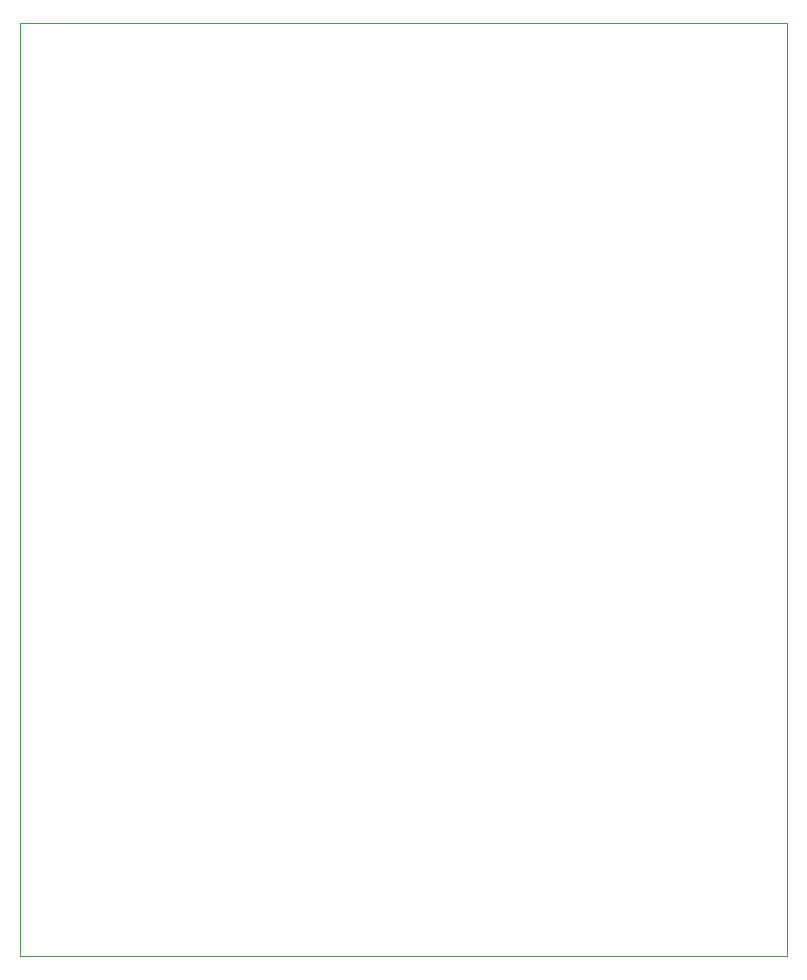
<source format=gbr>
%TF.GenerationSoftware,KiCad,Pcbnew,(5.1.9)-1*%
%TF.CreationDate,2021-03-25T13:19:16+01:00*%
%TF.ProjectId,kicad_robot_teensy,6b696361-645f-4726-9f62-6f745f746565,rev?*%
%TF.SameCoordinates,Original*%
%TF.FileFunction,Profile,NP*%
%FSLAX46Y46*%
G04 Gerber Fmt 4.6, Leading zero omitted, Abs format (unit mm)*
G04 Created by KiCad (PCBNEW (5.1.9)-1) date 2021-03-25 13:19:16*
%MOMM*%
%LPD*%
G01*
G04 APERTURE LIST*
%TA.AperFunction,Profile*%
%ADD10C,0.050000*%
%TD*%
G04 APERTURE END LIST*
D10*
X129000000Y-156000000D02*
X194000000Y-156000000D01*
X194000000Y-77000000D02*
X194000000Y-156000000D01*
X129000000Y-77000000D02*
X194000000Y-77000000D01*
X129000000Y-156000000D02*
X129000000Y-77000000D01*
M02*

</source>
